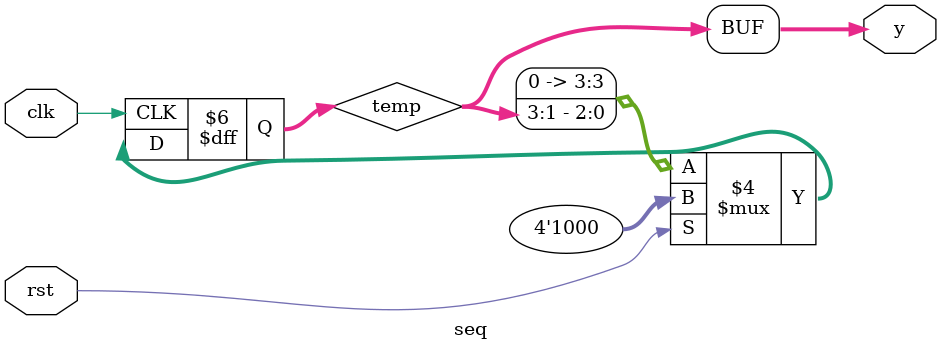
<source format=v>
module seq(clk,rst,y);

input clk,rst;
output [3:0] y;
reg [3:0] temp;

always@(posedge clk)
begin
if(rst)
temp <= 4'b1000;
else
temp <= temp>>1;
end
assign y = temp;

endmodule
</source>
